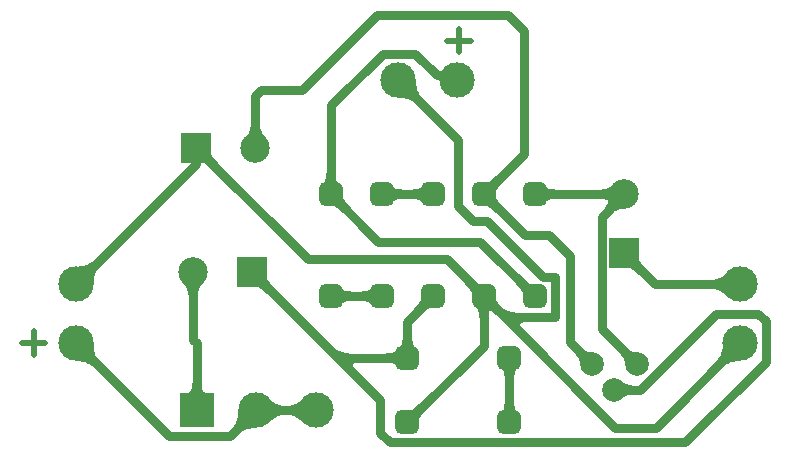
<source format=gbl>
G04*
G04 #@! TF.GenerationSoftware,Altium Limited,Altium Designer,20.1.11 (218)*
G04*
G04 Layer_Physical_Order=2*
G04 Layer_Color=16711680*
%FSLAX44Y44*%
%MOMM*%
G71*
G04*
G04 #@! TF.SameCoordinates,350DA1DE-E58E-4F3D-8C29-758E2140AF79*
G04*
G04*
G04 #@! TF.FilePolarity,Positive*
G04*
G01*
G75*
%ADD10C,0.8000*%
%ADD11C,0.5000*%
%ADD12R,2.5000X2.5000*%
%ADD13C,2.5000*%
%ADD14R,2.5000X2.5000*%
G04:AMPARAMS|DCode=15|XSize=2mm|YSize=2mm|CornerRadius=0.5mm|HoleSize=0mm|Usage=FLASHONLY|Rotation=90.000|XOffset=0mm|YOffset=0mm|HoleType=Round|Shape=RoundedRectangle|*
%AMROUNDEDRECTD15*
21,1,2.0000,1.0000,0,0,90.0*
21,1,1.0000,2.0000,0,0,90.0*
1,1,1.0000,0.5000,0.5000*
1,1,1.0000,0.5000,-0.5000*
1,1,1.0000,-0.5000,-0.5000*
1,1,1.0000,-0.5000,0.5000*
%
%ADD15ROUNDEDRECTD15*%
%ADD16C,2.0000*%
%ADD17C,3.0000*%
%ADD18R,3.0000X3.0000*%
G04:AMPARAMS|DCode=19|XSize=2mm|YSize=2mm|CornerRadius=0.5mm|HoleSize=0mm|Usage=FLASHONLY|Rotation=0.000|XOffset=0mm|YOffset=0mm|HoleType=Round|Shape=RoundedRectangle|*
%AMROUNDEDRECTD19*
21,1,2.0000,1.0000,0,0,0.0*
21,1,1.0000,2.0000,0,0,0.0*
1,1,1.0000,0.5000,-0.5000*
1,1,1.0000,-0.5000,-0.5000*
1,1,1.0000,-0.5000,0.5000*
1,1,1.0000,0.5000,0.5000*
%
%ADD19ROUNDEDRECTD19*%
G36*
X357927Y315576D02*
X358047Y313893D01*
X358258Y312303D01*
X358562Y310804D01*
X358958Y309397D01*
X359445Y308082D01*
X360025Y306859D01*
X360696Y305728D01*
X361460Y304689D01*
X362315Y303742D01*
X356658Y298085D01*
X355711Y298940D01*
X354672Y299704D01*
X353540Y300375D01*
X352318Y300955D01*
X351003Y301442D01*
X349596Y301838D01*
X348097Y302142D01*
X346507Y302353D01*
X344824Y302473D01*
X343050Y302501D01*
X357899Y317350D01*
X357927Y315576D01*
D02*
G37*
G36*
X225898Y278552D02*
X226040Y277433D01*
X226278Y276336D01*
X226610Y275261D01*
X227038Y274209D01*
X227560Y273178D01*
X228178Y272170D01*
X228890Y271183D01*
X229698Y270219D01*
X230600Y269277D01*
X213100D01*
X214003Y270219D01*
X214810Y271183D01*
X215523Y272170D01*
X216140Y273178D01*
X216663Y274209D01*
X217090Y275261D01*
X217423Y276336D01*
X217660Y277433D01*
X217803Y278552D01*
X217850Y279693D01*
X225850D01*
X225898Y278552D01*
D02*
G37*
G36*
X183867Y258572D02*
X183640Y257836D01*
Y256988D01*
X183867Y256026D01*
X184319Y254952D01*
X184998Y253764D01*
X185903Y252463D01*
X187035Y251048D01*
X189976Y247880D01*
X184319Y242224D01*
X182679Y243808D01*
X179737Y246297D01*
X178436Y247202D01*
X177248Y247880D01*
X176173Y248333D01*
X175212Y248559D01*
X174363D01*
X173628Y248333D01*
X173006Y247880D01*
X184319Y259194D01*
X183867Y258572D01*
D02*
G37*
G36*
X430959Y230992D02*
X429372Y229349D01*
X426877Y226404D01*
X425969Y225102D01*
X425287Y223914D01*
X424832Y222839D01*
X424602Y221878D01*
X424601Y221611D01*
X425272Y222281D01*
X424822Y221662D01*
X424615Y220980D01*
X424822Y220298D01*
X425272Y219679D01*
X424601Y220349D01*
X424602Y220082D01*
X424832Y219121D01*
X425287Y218046D01*
X425969Y216858D01*
X426877Y215556D01*
X428012Y214140D01*
X430959Y210968D01*
X425302Y205311D01*
X423659Y206898D01*
X420714Y209393D01*
X419412Y210301D01*
X418224Y210983D01*
X417149Y211438D01*
X416188Y211668D01*
X415341Y211671D01*
X414608Y211448D01*
X413989Y210998D01*
X423971Y220980D01*
X413989Y230962D01*
X414608Y230512D01*
X415341Y230289D01*
X416188Y230292D01*
X417149Y230522D01*
X418224Y230977D01*
X419412Y231659D01*
X420714Y232567D01*
X422130Y233702D01*
X425302Y236649D01*
X430959Y230992D01*
D02*
G37*
G36*
X289790Y237268D02*
X289909Y235725D01*
X290108Y234364D01*
X290387Y233185D01*
X290745Y232186D01*
X291183Y231370D01*
X291701Y230735D01*
X292298Y230281D01*
X292975Y230009D01*
X293731Y229918D01*
X277769D01*
X278525Y230009D01*
X279202Y230281D01*
X279799Y230735D01*
X280317Y231370D01*
X280755Y232186D01*
X281113Y233185D01*
X281392Y234364D01*
X281591Y235725D01*
X281710Y237268D01*
X281750Y238992D01*
X289750D01*
X289790Y237268D01*
D02*
G37*
G36*
X467499Y228205D02*
X467771Y227528D01*
X468224Y226931D01*
X468860Y226413D01*
X469676Y225975D01*
X470675Y225617D01*
X471854Y225338D01*
X473215Y225139D01*
X474758Y225020D01*
X476482Y224980D01*
Y216980D01*
X474758Y216940D01*
X473215Y216821D01*
X471854Y216622D01*
X470675Y216343D01*
X469676Y215985D01*
X468860Y215547D01*
X468224Y215029D01*
X467771Y214432D01*
X467499Y213755D01*
X467408Y212999D01*
Y228961D01*
X467499Y228205D01*
D02*
G37*
G36*
X363172Y212999D02*
X363082Y213755D01*
X362809Y214432D01*
X362355Y215029D01*
X361720Y215547D01*
X360904Y215985D01*
X359905Y216343D01*
X358726Y216622D01*
X357365Y216821D01*
X355822Y216940D01*
X354098Y216980D01*
Y224980D01*
X355822Y225020D01*
X357365Y225139D01*
X358726Y225338D01*
X359905Y225617D01*
X360904Y225975D01*
X361720Y226413D01*
X362355Y226931D01*
X362809Y227528D01*
X363082Y228205D01*
X363172Y228961D01*
Y212999D01*
D02*
G37*
G36*
X337958Y228205D02*
X338231Y227528D01*
X338685Y226931D01*
X339320Y226413D01*
X340136Y225975D01*
X341135Y225617D01*
X342314Y225338D01*
X343675Y225139D01*
X345218Y225020D01*
X346942Y224980D01*
Y216980D01*
X345218Y216940D01*
X343675Y216821D01*
X342314Y216622D01*
X341135Y216343D01*
X340136Y215985D01*
X339320Y215547D01*
X338685Y215029D01*
X338231Y214432D01*
X337958Y213755D01*
X337868Y212999D01*
Y228961D01*
X337958Y228205D01*
D02*
G37*
G36*
X295282Y221662D02*
X295059Y220928D01*
X295062Y220082D01*
X295292Y219121D01*
X295747Y218046D01*
X296429Y216858D01*
X297337Y215556D01*
X298472Y214140D01*
X301419Y210968D01*
X295762Y205311D01*
X294119Y206898D01*
X291174Y209393D01*
X289872Y210301D01*
X288684Y210983D01*
X287609Y211438D01*
X286648Y211668D01*
X285802Y211671D01*
X285068Y211448D01*
X284449Y210998D01*
X295732Y222281D01*
X295282Y221662D01*
D02*
G37*
G36*
X525073Y217302D02*
X533875Y208500D01*
X532570Y208472D01*
X531318Y208361D01*
X530116Y208168D01*
X528967Y207891D01*
X527868Y207532D01*
X526822Y207090D01*
X525827Y206565D01*
X524883Y205958D01*
X523991Y205267D01*
X523151Y204494D01*
X517494Y210151D01*
X518267Y210991D01*
X518958Y211883D01*
X519565Y212827D01*
X520090Y213822D01*
X520532Y214868D01*
X520742Y215508D01*
X520141Y215812D01*
X519089Y216240D01*
X518014Y216572D01*
X516917Y216810D01*
X515798Y216952D01*
X514657Y217000D01*
Y225000D01*
X515798Y225047D01*
X516917Y225190D01*
X518014Y225427D01*
X519089Y225760D01*
X520141Y226187D01*
X521172Y226710D01*
X522180Y227327D01*
X523167Y228040D01*
X524131Y228847D01*
X525073Y229750D01*
Y217302D01*
D02*
G37*
G36*
X546017Y169222D02*
X545791Y168486D01*
Y167638D01*
X546017Y166676D01*
X546469Y165602D01*
X547148Y164414D01*
X548053Y163112D01*
X549185Y161698D01*
X552126Y158530D01*
X546469Y152873D01*
X544829Y154458D01*
X541887Y156946D01*
X540586Y157852D01*
X539398Y158530D01*
X538324Y158983D01*
X537362Y159209D01*
X536513D01*
X535778Y158983D01*
X535156Y158530D01*
X546469Y169844D01*
X546017Y169222D01*
D02*
G37*
G36*
X89265Y158448D02*
X88410Y157501D01*
X87646Y156462D01*
X86975Y155331D01*
X86395Y154108D01*
X85908Y152793D01*
X85512Y151386D01*
X85208Y149887D01*
X84997Y148297D01*
X84877Y146614D01*
X84849Y144840D01*
X70000Y159689D01*
X71774Y159717D01*
X73457Y159837D01*
X75047Y160049D01*
X76546Y160352D01*
X77953Y160748D01*
X79268Y161235D01*
X80491Y161815D01*
X81622Y162486D01*
X82661Y163250D01*
X83608Y164105D01*
X89265Y158448D01*
D02*
G37*
G36*
X231017Y153222D02*
X230791Y152486D01*
Y151638D01*
X231017Y150676D01*
X231469Y149601D01*
X232148Y148414D01*
X233053Y147113D01*
X234185Y145698D01*
X237126Y142530D01*
X231469Y136874D01*
X229829Y138457D01*
X226887Y140947D01*
X225586Y141852D01*
X224398Y142530D01*
X223323Y142983D01*
X222362Y143209D01*
X221513D01*
X220778Y142983D01*
X220156Y142530D01*
X231469Y153844D01*
X231017Y153222D01*
D02*
G37*
G36*
X176847Y145131D02*
X176040Y144167D01*
X175327Y143180D01*
X174710Y142172D01*
X174187Y141141D01*
X173760Y140089D01*
X173427Y139014D01*
X173190Y137917D01*
X173047Y136798D01*
X173000Y135657D01*
X165000D01*
X164952Y136798D01*
X164810Y137917D01*
X164572Y139014D01*
X164240Y140089D01*
X163812Y141141D01*
X163290Y142172D01*
X162672Y143180D01*
X161960Y144167D01*
X161152Y145131D01*
X160250Y146073D01*
X177750D01*
X176847Y145131D01*
D02*
G37*
G36*
X621748Y134190D02*
X620474Y135425D01*
X619199Y136530D01*
X617925Y137505D01*
X616651Y138350D01*
X615376Y139065D01*
X614102Y139650D01*
X612827Y140105D01*
X611552Y140430D01*
X610278Y140625D01*
X609003Y140690D01*
Y148690D01*
X610278Y148755D01*
X611552Y148950D01*
X612827Y149275D01*
X614102Y149730D01*
X615376Y150315D01*
X616651Y151030D01*
X617925Y151875D01*
X619199Y152850D01*
X620474Y153955D01*
X621748Y155190D01*
Y134190D01*
D02*
G37*
G36*
X450101Y148702D02*
X453046Y146207D01*
X454348Y145299D01*
X455536Y144617D01*
X456611Y144162D01*
X457572Y143932D01*
X458419Y143929D01*
X459152Y144152D01*
X459771Y144602D01*
X448488Y133319D01*
X448938Y133938D01*
X449161Y134671D01*
X449158Y135518D01*
X448928Y136479D01*
X448473Y137554D01*
X447791Y138742D01*
X446883Y140044D01*
X445748Y141460D01*
X442801Y144632D01*
X448458Y150289D01*
X450101Y148702D01*
D02*
G37*
G36*
X406921D02*
X409866Y146207D01*
X411168Y145299D01*
X412356Y144617D01*
X413431Y144162D01*
X414392Y143932D01*
X415238Y143929D01*
X415972Y144152D01*
X416591Y144602D01*
X405308Y133319D01*
X405758Y133938D01*
X405981Y134671D01*
X405978Y135518D01*
X405748Y136479D01*
X405293Y137554D01*
X404611Y138742D01*
X403703Y140044D01*
X402568Y141460D01*
X399621Y144632D01*
X405278Y150289D01*
X406921Y148702D01*
D02*
G37*
G36*
X319992Y126639D02*
X319902Y127395D01*
X319629Y128072D01*
X319175Y128669D01*
X318540Y129187D01*
X317724Y129625D01*
X316725Y129983D01*
X315546Y130262D01*
X314184Y130461D01*
X312642Y130580D01*
X310918Y130620D01*
Y138620D01*
X312642Y138660D01*
X314184Y138779D01*
X315546Y138978D01*
X316725Y139257D01*
X317724Y139615D01*
X318540Y140053D01*
X319175Y140571D01*
X319629Y141168D01*
X319902Y141845D01*
X319992Y142601D01*
Y126639D01*
D02*
G37*
G36*
X294778Y141845D02*
X295051Y141168D01*
X295504Y140571D01*
X296140Y140053D01*
X296956Y139615D01*
X297955Y139257D01*
X299134Y138978D01*
X300495Y138779D01*
X302038Y138660D01*
X303762Y138620D01*
Y130620D01*
X302038Y130580D01*
X300495Y130461D01*
X299134Y130262D01*
X297955Y129983D01*
X296956Y129625D01*
X296140Y129187D01*
X295504Y128669D01*
X295051Y128072D01*
X294778Y127395D01*
X294688Y126639D01*
Y142601D01*
X294778Y141845D01*
D02*
G37*
G36*
X373411Y124638D02*
X372792Y125088D01*
X372058Y125311D01*
X371212Y125308D01*
X370251Y125078D01*
X369176Y124623D01*
X367988Y123941D01*
X366686Y123033D01*
X365270Y121898D01*
X362098Y118951D01*
X356441Y124608D01*
X358028Y126251D01*
X360523Y129196D01*
X361431Y130498D01*
X362113Y131686D01*
X362568Y132761D01*
X362798Y133722D01*
X362801Y134569D01*
X362578Y135302D01*
X362128Y135921D01*
X373411Y124638D01*
D02*
G37*
G36*
X424822Y135302D02*
X424599Y134569D01*
X424602Y133722D01*
X424832Y132761D01*
X425287Y131686D01*
X425969Y130498D01*
X426877Y129196D01*
X428012Y127780D01*
X430061Y125575D01*
X430225Y125422D01*
X431427Y124460D01*
X432675Y123612D01*
X433970Y122877D01*
X435313Y122254D01*
X436702Y121745D01*
X438138Y121349D01*
X439621Y121066D01*
X441150Y120897D01*
X442727Y120840D01*
X450727Y112840D01*
X449263Y112783D01*
X448073Y112614D01*
X447156Y112331D01*
X446512Y111935D01*
X446141Y111426D01*
X446043Y110803D01*
X446219Y110068D01*
X446667Y109220D01*
X447389Y108258D01*
X448384Y107183D01*
X430242Y114012D01*
X429394Y123042D01*
X425302Y118951D01*
X423659Y120538D01*
X420714Y123033D01*
X420262Y123348D01*
X419927Y122415D01*
X419648Y121236D01*
X419449Y119874D01*
X419330Y118332D01*
X419290Y116608D01*
X411290D01*
X411250Y118332D01*
X411131Y119874D01*
X410932Y121236D01*
X410653Y122415D01*
X410295Y123414D01*
X409857Y124230D01*
X409339Y124866D01*
X408742Y125319D01*
X408065Y125591D01*
X407309Y125682D01*
X415033D01*
X425272Y135921D01*
X424822Y135302D01*
D02*
G37*
G36*
X354560Y98838D02*
X354679Y97296D01*
X354878Y95934D01*
X355157Y94755D01*
X355515Y93756D01*
X355953Y92940D01*
X356471Y92304D01*
X357068Y91851D01*
X357745Y91579D01*
X358501Y91488D01*
X342539D01*
X343295Y91579D01*
X343972Y91851D01*
X344569Y92304D01*
X345087Y92940D01*
X345525Y93756D01*
X345883Y94755D01*
X346162Y95934D01*
X346361Y97296D01*
X346480Y98838D01*
X346520Y100562D01*
X354520D01*
X354560Y98838D01*
D02*
G37*
G36*
X537610Y90029D02*
X538347Y89420D01*
X539096Y88883D01*
X539858Y88418D01*
X540631Y88027D01*
X541417Y87708D01*
X542214Y87462D01*
X543024Y87288D01*
X543846Y87188D01*
X544680Y87160D01*
X534781Y77260D01*
X534753Y78094D01*
X534652Y78916D01*
X534479Y79726D01*
X534232Y80524D01*
X533914Y81309D01*
X533522Y82083D01*
X533058Y82844D01*
X532521Y83593D01*
X531911Y84330D01*
X531228Y85055D01*
X536885Y90712D01*
X537610Y90029D01*
D02*
G37*
G36*
X499510D02*
X500247Y89420D01*
X500996Y88883D01*
X501758Y88418D01*
X502531Y88027D01*
X503317Y87708D01*
X504114Y87462D01*
X504924Y87288D01*
X505746Y87188D01*
X506580Y87160D01*
X496681Y77260D01*
X496653Y78094D01*
X496552Y78916D01*
X496379Y79726D01*
X496133Y80524D01*
X495814Y81309D01*
X495422Y82083D01*
X494958Y82844D01*
X494421Y83593D01*
X493811Y84330D01*
X493128Y85055D01*
X498785Y90712D01*
X499510Y90029D01*
D02*
G37*
G36*
X632310Y79691D02*
X630536Y79663D01*
X628853Y79543D01*
X627263Y79332D01*
X625764Y79028D01*
X624357Y78632D01*
X623042Y78145D01*
X621819Y77565D01*
X620688Y76894D01*
X619649Y76131D01*
X618702Y75275D01*
X613045Y80932D01*
X613900Y81879D01*
X614664Y82919D01*
X615335Y84050D01*
X615915Y85273D01*
X616402Y86587D01*
X616798Y87994D01*
X617102Y89493D01*
X617313Y91083D01*
X617433Y92766D01*
X617461Y94540D01*
X632310Y79691D01*
D02*
G37*
G36*
X84877Y92766D02*
X84997Y91083D01*
X85208Y89493D01*
X85512Y87994D01*
X85908Y86587D01*
X86395Y85273D01*
X86975Y84050D01*
X87646Y82919D01*
X88410Y81879D01*
X89265Y80932D01*
X83608Y75275D01*
X82661Y76131D01*
X81622Y76894D01*
X80491Y77565D01*
X79268Y78145D01*
X77953Y78632D01*
X76546Y79028D01*
X75047Y79332D01*
X73457Y79543D01*
X71774Y79663D01*
X70000Y79691D01*
X84849Y94540D01*
X84877Y92766D01*
D02*
G37*
G36*
X341582Y74569D02*
X341492Y75325D01*
X341219Y76002D01*
X340765Y76599D01*
X340130Y77117D01*
X339314Y77555D01*
X338315Y77913D01*
X337136Y78192D01*
X335774Y78391D01*
X334232Y78510D01*
X332508Y78550D01*
Y86550D01*
X334232Y86590D01*
X335774Y86709D01*
X337136Y86908D01*
X338315Y87187D01*
X339314Y87545D01*
X340130Y87983D01*
X340765Y88501D01*
X341219Y89098D01*
X341492Y89775D01*
X341582Y90531D01*
Y74569D01*
D02*
G37*
G36*
X288605Y91132D02*
X289806Y90170D01*
X291055Y89322D01*
X292350Y88587D01*
X293692Y87964D01*
X295082Y87455D01*
X296518Y87059D01*
X298000Y86776D01*
X299530Y86607D01*
X301107Y86550D01*
X309107Y78550D01*
X307643Y78493D01*
X306453Y78324D01*
X305536Y78041D01*
X304892Y77645D01*
X304521Y77136D01*
X304423Y76514D01*
X304599Y75778D01*
X305047Y74930D01*
X305769Y73968D01*
X306763Y72893D01*
X288621Y79722D01*
X287450Y92207D01*
X288605Y91132D01*
D02*
G37*
G36*
X444105Y73521D02*
X443428Y73249D01*
X442831Y72796D01*
X442313Y72160D01*
X441875Y71344D01*
X441517Y70345D01*
X441238Y69166D01*
X441039Y67804D01*
X440920Y66262D01*
X440880Y64538D01*
X432880D01*
X432840Y66262D01*
X432721Y67804D01*
X432522Y69166D01*
X432243Y70345D01*
X431885Y71344D01*
X431447Y72160D01*
X430929Y72796D01*
X430332Y73249D01*
X429655Y73521D01*
X428899Y73612D01*
X444861D01*
X444105Y73521D01*
D02*
G37*
G36*
X176240Y59444D02*
X176360Y58078D01*
X176560Y56874D01*
X176840Y55830D01*
X177200Y54947D01*
X177640Y54224D01*
X178160Y53662D01*
X178760Y53260D01*
X179440Y53019D01*
X180200Y52939D01*
X164200D01*
X164960Y53019D01*
X165640Y53260D01*
X166240Y53662D01*
X166760Y54224D01*
X167200Y54947D01*
X167560Y55830D01*
X167840Y56874D01*
X168040Y58078D01*
X168160Y59444D01*
X168200Y60969D01*
X176200D01*
X176240Y59444D01*
D02*
G37*
G36*
X533481Y62000D02*
X534134Y61490D01*
X534829Y61040D01*
X535567Y60650D01*
X536348Y60320D01*
X537172Y60050D01*
X538038Y59840D01*
X538948Y59690D01*
X539900Y59600D01*
X540895Y59570D01*
Y51570D01*
X539900Y51540D01*
X538948Y51450D01*
X538038Y51300D01*
X537172Y51090D01*
X536348Y50820D01*
X535567Y50490D01*
X534829Y50100D01*
X534134Y49650D01*
X533481Y49140D01*
X532872Y48570D01*
Y62570D01*
X533481Y62000D01*
D02*
G37*
G36*
X366189Y37952D02*
X364602Y36309D01*
X362107Y33364D01*
X361199Y32062D01*
X360517Y30874D01*
X360062Y29799D01*
X359832Y28838D01*
X359829Y27991D01*
X360052Y27258D01*
X360502Y26639D01*
X349219Y37922D01*
X349838Y37472D01*
X350572Y37249D01*
X351418Y37252D01*
X352379Y37482D01*
X353454Y37937D01*
X354642Y38619D01*
X355944Y39527D01*
X357360Y40662D01*
X360532Y43609D01*
X366189Y37952D01*
D02*
G37*
G36*
X440920Y44228D02*
X441039Y42685D01*
X441238Y41324D01*
X441517Y40145D01*
X441875Y39146D01*
X442313Y38330D01*
X442831Y37694D01*
X443428Y37241D01*
X444105Y36969D01*
X444861Y36878D01*
X428899D01*
X429655Y36969D01*
X430332Y37241D01*
X430929Y37694D01*
X431447Y38330D01*
X431885Y39146D01*
X432243Y40145D01*
X432522Y41324D01*
X432721Y42685D01*
X432840Y44228D01*
X432880Y45952D01*
X440880D01*
X440920Y44228D01*
D02*
G37*
G36*
X262288Y27500D02*
X261014Y28735D01*
X259739Y29840D01*
X258465Y30815D01*
X257191Y31660D01*
X255916Y32375D01*
X254642Y32960D01*
X253367Y33415D01*
X252093Y33740D01*
X250818Y33935D01*
X249543Y34000D01*
Y42000D01*
X250818Y42065D01*
X252093Y42260D01*
X253367Y42585D01*
X254642Y43040D01*
X255916Y43625D01*
X257191Y44340D01*
X258465Y45185D01*
X259739Y46160D01*
X261014Y47265D01*
X262288Y48500D01*
Y27500D01*
D02*
G37*
G36*
X234187Y47265D02*
X235461Y46160D01*
X236735Y45185D01*
X238010Y44340D01*
X239284Y43625D01*
X240559Y43040D01*
X241833Y42585D01*
X243108Y42260D01*
X244382Y42065D01*
X245657Y42000D01*
Y34000D01*
X244382Y33935D01*
X243108Y33740D01*
X241833Y33415D01*
X240559Y32960D01*
X239284Y32375D01*
X238010Y31660D01*
X236735Y30815D01*
X235461Y29840D01*
X234187Y28735D01*
X232912Y27500D01*
Y48500D01*
X234187Y47265D01*
D02*
G37*
G36*
X222050Y23001D02*
X220276Y22973D01*
X218593Y22853D01*
X217003Y22641D01*
X215504Y22338D01*
X214097Y21942D01*
X212783Y21455D01*
X211560Y20875D01*
X210429Y20204D01*
X209389Y19440D01*
X208442Y18585D01*
X202785Y24242D01*
X203641Y25189D01*
X204404Y26228D01*
X205075Y27359D01*
X205655Y28582D01*
X206143Y29897D01*
X206538Y31304D01*
X206842Y32803D01*
X207054Y34393D01*
X207173Y36076D01*
X207201Y37850D01*
X222050Y23001D01*
D02*
G37*
D10*
X261000Y309000D02*
X324534Y372533D01*
X221850Y260350D02*
Y304314D01*
X226537Y309000D02*
X261000D01*
X221850Y304314D02*
X226537Y309000D01*
X324534Y372533D02*
X435412D01*
X285750Y220980D02*
Y296418D01*
X329438Y340106D01*
X356894D01*
X449000Y254690D02*
Y358946D01*
X435412Y372533D02*
X449000Y358946D01*
X388690Y321710D02*
X392900Y317500D01*
X375290Y321710D02*
X388690D01*
X356894Y340106D02*
X375290Y321710D01*
X415290Y220980D02*
X449000Y254690D01*
X433070Y116840D02*
X526642Y23268D01*
X415290Y134620D02*
X433070Y116840D01*
X291450Y82550D02*
X327264Y46736D01*
X219000Y155000D02*
X291450Y82550D01*
X526642Y23268D02*
X561038D01*
X632460Y94690D01*
X415290Y92710D02*
Y134620D01*
X350520Y27940D02*
X415290Y92710D01*
X560310Y144690D02*
X632460D01*
X534000Y171000D02*
X560310Y144690D01*
X514858Y201858D02*
X534000Y221000D01*
X514858Y107082D02*
Y201858D01*
Y107082D02*
X544780Y77160D01*
X350520Y82550D02*
Y113030D01*
X372110Y134620D01*
X69850Y144690D02*
X171850Y246690D01*
Y260350D01*
X525730Y55570D02*
X547568D01*
X611632Y119634D01*
X647700D01*
X654050Y113284D01*
Y79248D02*
Y113284D01*
X585724Y10922D02*
X654050Y79248D01*
X335392Y10922D02*
X585724D01*
X327264Y19050D02*
X335392Y10922D01*
X327264Y19050D02*
Y46736D01*
X285750Y220980D02*
X325882Y180848D01*
X412242D01*
X458470Y134620D01*
X415290Y220980D02*
X449868Y186402D01*
X470180D01*
X487813Y168769D01*
Y96028D02*
Y168769D01*
Y96028D02*
X506680Y77160D01*
X342900Y317500D02*
X393700Y266700D01*
Y211328D02*
Y266700D01*
Y211328D02*
X406400Y198628D01*
X417830D01*
X465328Y151130D01*
X475234D01*
Y116840D02*
Y151130D01*
X433070Y116840D02*
X475234D01*
X384048Y165862D02*
X415290Y134620D01*
X266338Y165862D02*
X384048D01*
X171850Y260350D02*
X266338Y165862D01*
X200456Y16256D02*
X222200Y38000D01*
X148284Y16256D02*
X200456D01*
X69850Y94690D02*
X148284Y16256D01*
X291450Y82550D02*
X350520D01*
X496082Y221000D02*
X534000D01*
X496062Y220980D02*
X496082Y221000D01*
X458470Y220980D02*
X496062D01*
X169000Y97942D02*
Y155000D01*
Y97942D02*
X172200Y94742D01*
Y38000D02*
Y94742D01*
X222200Y38000D02*
X273000D01*
X285750Y134620D02*
X328930D01*
Y220980D02*
X372110D01*
X436880Y27940D02*
Y82550D01*
D11*
X394003Y341000D02*
Y360993D01*
X384007Y350997D02*
X404000D01*
X34003Y85000D02*
Y104993D01*
X24007Y94997D02*
X44000D01*
D12*
X534000Y171000D02*
D03*
D13*
Y221000D02*
D03*
X169000Y155000D02*
D03*
X221850Y260350D02*
D03*
D14*
X219000Y155000D02*
D03*
X171850Y260350D02*
D03*
D15*
X458470Y134620D02*
D03*
Y220980D02*
D03*
X285750D02*
D03*
Y134620D02*
D03*
X328930D02*
D03*
Y220980D02*
D03*
X372110D02*
D03*
Y134620D02*
D03*
X415290Y220980D02*
D03*
Y134620D02*
D03*
D16*
X506680Y77160D02*
D03*
X544780D02*
D03*
X525730Y55570D02*
D03*
D17*
X342900Y317500D02*
D03*
X392900D02*
D03*
X222200Y38000D02*
D03*
X273000D02*
D03*
X632460Y94690D02*
D03*
Y144690D02*
D03*
X69850Y94690D02*
D03*
Y144690D02*
D03*
D18*
X172200Y38000D02*
D03*
D19*
X350520Y82550D02*
D03*
X436880D02*
D03*
Y27940D02*
D03*
X350520D02*
D03*
M02*

</source>
